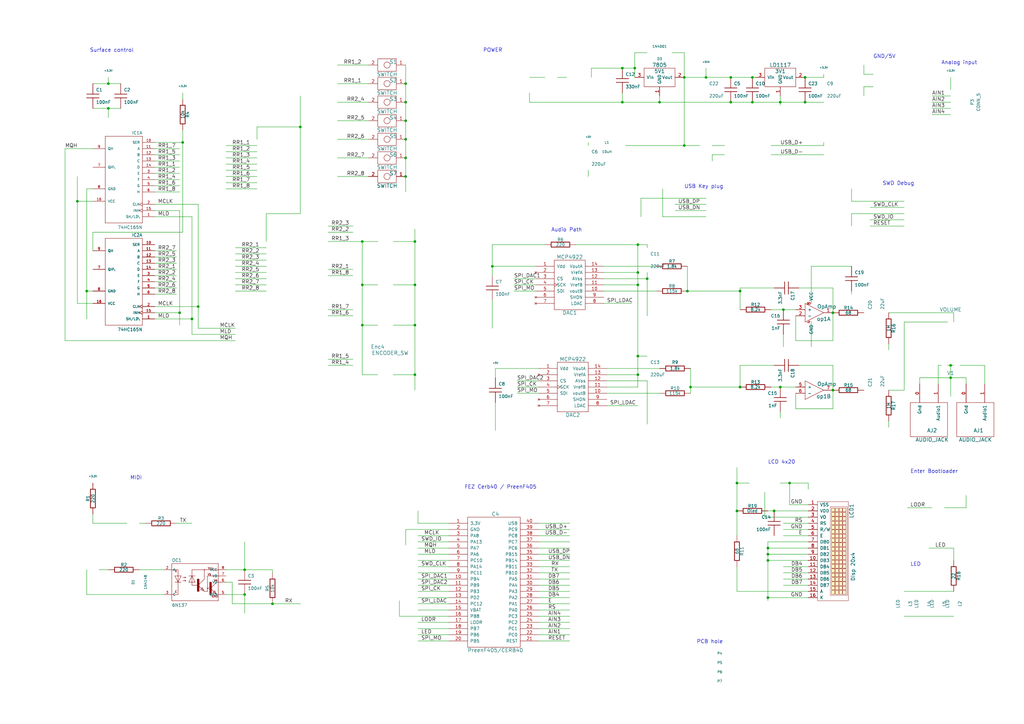
<source format=kicad_sch>
(kicad_sch (version 20230121) (generator eeschema)
  (paper "A3")
  (title_block (title "PreenFM2") (date "12 aug 2016") (rev "R4 g") (company "Xavier Hosxe"))
  (junction (at 261.62 116.84))
  (junction (at 265.43 114.3))
  (junction (at 299.72 31.75))
  (junction (at 255.27 27.94))
  (junction (at 341.63 128.27))
  (junction (at 303.53 119.38))
  (junction (at 170.18 116.84))
  (junction (at 123.19 52.07))
  (junction (at 283.21 158.75))
  (junction (at 320.04 158.75))
  (junction (at 389.89 149.86))
  (junction (at 314.96 245.11))
  (junction (at 148.59 116.84))
  (junction (at 261.62 153.67))
  (junction (at 389.89 154.94))
  (junction (at 81.28 125.73))
  (junction (at 148.59 133.35))
  (junction (at 73.66 128.27))
  (junction (at 170.18 133.35))
  (junction (at 166.37 49.53))
  (junction (at 280.67 59.69))
  (junction (at 166.37 34.29))
  (junction (at 166.37 41.91))
  (junction (at 314.96 224.79))
  (junction (at 270.51 41.91))
  (junction (at 78.74 130.81))
  (junction (at 261.62 111.76))
  (junction (at 317.5 209.55))
  (junction (at 323.85 198.12))
  (junction (at 281.94 119.38))
  (junction (at 320.04 41.91))
  (junction (at 330.2 31.75))
  (junction (at 44.45 44.45))
  (junction (at 314.96 227.33))
  (junction (at 303.53 158.75))
  (junction (at 148.59 99.06))
  (junction (at 74.93 58.42))
  (junction (at 261.62 146.05))
  (junction (at 302.26 198.12))
  (junction (at 170.18 153.67))
  (junction (at 166.37 57.15))
  (junction (at 255.27 41.91))
  (junction (at 31.75 82.55))
  (junction (at 35.56 119.38))
  (junction (at 308.61 31.75))
  (junction (at 260.35 27.94))
  (junction (at 314.96 229.87))
  (junction (at 100.33 233.68))
  (junction (at 302.26 209.55))
  (junction (at 299.72 41.91))
  (junction (at 100.33 243.84))
  (junction (at 308.61 41.91))
  (junction (at 44.45 34.29))
  (junction (at 280.67 31.75))
  (junction (at 166.37 64.77))
  (junction (at 170.18 99.06))
  (junction (at 111.76 247.65))
  (junction (at 330.2 41.91))
  (junction (at 321.31 127))
  (junction (at 341.63 160.02))
  (junction (at 201.93 109.22))
  (junction (at 166.37 72.39))
  (junction (at 289.56 31.75))
  (junction (at 261.62 100.33))
  (wire (pts (xy 220.98 227.33) (xy 233.68 227.33)))
  (wire (pts (xy 144.78 129.54) (xy 134.62 129.54)))
  (wire (pts (xy 381 224.79) (xy 391.16 224.79)))
  (wire (pts (xy 261.62 111.76) (xy 247.65 111.76)))
  (wire (pts (xy 154.94 133.35) (xy 148.59 133.35)))
  (wire (pts (xy 265.43 114.3) (xy 265.43 129.54)))
  (wire (pts (xy 370.84 242.57) (xy 391.16 242.57)))
  (wire (pts (xy 109.22 104.14) (xy 96.52 104.14)))
  (wire (pts (xy 271.78 88.9) (xy 289.56 88.9)))
  (wire (pts (xy 105.41 77.47) (xy 92.71 77.47)))
  (wire (pts (xy 242.57 27.94) (xy 242.57 31.75)))
  (wire (pts (xy 389.89 162.56) (xy 389.89 154.94)))
  (wire (pts (xy 255.27 27.94) (xy 242.57 27.94)))
  (wire (pts (xy 57.15 233.68) (xy 67.31 233.68)))
  (wire (pts (xy 49.53 34.29) (xy 44.45 34.29)))
  (wire (pts (xy 391.16 132.08) (xy 391.16 128.27)))
  (wire (pts (xy 144.78 110.49) (xy 134.62 110.49)))
  (wire (pts (xy 63.5 86.36) (xy 73.66 86.36)))
  (wire (pts (xy 219.71 116.84) (xy 210.82 116.84)))
  (wire (pts (xy 57.15 214.63) (xy 59.69 214.63)))
  (wire (pts (xy 248.92 158.75) (xy 261.62 158.75)))
  (wire (pts (xy 220.98 255.27) (xy 233.68 255.27)))
  (wire (pts (xy 337.82 59.69) (xy 316.23 59.69)))
  (wire (pts (xy 220.98 151.13) (xy 203.2 151.13)))
  (wire (pts (xy 35.56 243.84) (xy 67.31 243.84)))
  (wire (pts (xy 270.51 41.91) (xy 299.72 41.91)))
  (wire (pts (xy 74.93 53.34) (xy 74.93 58.42)))
  (wire (pts (xy 247.65 109.22) (xy 269.24 109.22)))
  (wire (pts (xy 247.65 119.38) (xy 269.24 119.38)))
  (wire (pts (xy 320.04 43.18) (xy 320.04 41.91)))
  (wire (pts (xy 289.56 31.75) (xy 289.56 27.94)))
  (wire (pts (xy 220.98 250.19) (xy 233.68 250.19)))
  (wire (pts (xy 220.98 234.95) (xy 233.68 234.95)))
  (wire (pts (xy 49.53 44.45) (xy 44.45 44.45)))
  (wire (pts (xy 144.78 92.71) (xy 134.62 92.71)))
  (wire (pts (xy 144.78 147.32) (xy 134.62 147.32)))
  (wire (pts (xy 308.61 41.91) (xy 320.04 41.91)))
  (wire (pts (xy 299.72 41.91) (xy 308.61 41.91)))
  (wire (pts (xy 261.62 116.84) (xy 247.65 116.84)))
  (wire (pts (xy 151.13 34.29) (xy 138.43 34.29)))
  (wire (pts (xy 292.1 59.69) (xy 297.18 59.69)))
  (wire (pts (xy 314.96 222.25) (xy 331.47 222.25)))
  (wire (pts (xy 170.18 133.35) (xy 161.29 133.35)))
  (wire (pts (xy 154.94 153.67) (xy 148.59 153.67)))
  (wire (pts (xy 391.16 128.27) (xy 364.49 128.27)))
  (wire (pts (xy 63.5 83.82) (xy 81.28 83.82)))
  (wire (pts (xy 261.62 100.33) (xy 265.43 100.33)))
  (wire (pts (xy 148.59 116.84) (xy 148.59 99.06)))
  (wire (pts (xy 220.98 214.63) (xy 233.68 214.63)))
  (wire (pts (xy 297.18 63.5) (xy 292.1 63.5)))
  (wire (pts (xy 63.5 115.57) (xy 72.39 115.57)))
  (wire (pts (xy 261.62 158.75) (xy 261.62 153.67)))
  (wire (pts (xy 220.98 224.79) (xy 233.68 224.79)))
  (wire (pts (xy 72.39 102.87) (xy 63.5 102.87)))
  (wire (pts (xy 356.87 92.71) (xy 370.84 92.71)))
  (wire (pts (xy 220.98 240.03) (xy 233.68 240.03)))
  (wire (pts (xy 148.59 116.84) (xy 154.94 116.84)))
  (wire (pts (xy 35.56 233.68) (xy 35.56 243.84)))
  (wire (pts (xy 38.1 82.55) (xy 31.75 82.55)))
  (wire (pts (xy 148.59 99.06) (xy 134.62 99.06)))
  (wire (pts (xy 241.3 59.69) (xy 241.3 58.42)))
  (wire (pts (xy 151.13 49.53) (xy 138.43 49.53)))
  (wire (pts (xy 280.67 21.59) (xy 275.59 21.59)))
  (wire (pts (xy 171.45 247.65) (xy 184.15 247.65)))
  (wire (pts (xy 314.96 229.87) (xy 314.96 227.33)))
  (wire (pts (xy 327.66 118.11) (xy 341.63 118.11)))
  (wire (pts (xy 105.41 69.85) (xy 92.71 69.85)))
  (wire (pts (xy 123.19 87.63) (xy 123.19 52.07)))
  (wire (pts (xy 151.13 72.39) (xy 138.43 72.39)))
  (wire (pts (xy 109.22 87.63) (xy 123.19 87.63)))
  (wire (pts (xy 326.39 158.75) (xy 320.04 158.75)))
  (wire (pts (xy 255.27 38.1) (xy 255.27 41.91)))
  (wire (pts (xy 389.89 149.86) (xy 388.62 149.86)))
  (wire (pts (xy 261.62 153.67) (xy 261.62 146.05)))
  (wire (pts (xy 63.5 128.27) (xy 73.66 128.27)))
  (wire (pts (xy 396.24 154.94) (xy 396.24 157.48)))
  (wire (pts (xy 283.21 158.75) (xy 303.53 158.75)))
  (wire (pts (xy 154.94 99.06) (xy 148.59 99.06)))
  (wire (pts (xy 100.33 233.68) (xy 111.76 233.68)))
  (wire (pts (xy 166.37 217.17) (xy 184.15 217.17)))
  (wire (pts (xy 241.3 69.85) (xy 241.3 72.39)))
  (wire (pts (xy 314.96 229.87) (xy 331.47 229.87)))
  (wire (pts (xy 370.84 132.08) (xy 388.62 132.08)))
  (wire (pts (xy 303.53 149.86) (xy 303.53 158.75)))
  (wire (pts (xy 320.04 158.75) (xy 316.23 158.75)))
  (wire (pts (xy 289.56 83.82) (xy 276.86 83.82)))
  (wire (pts (xy 171.45 224.79) (xy 184.15 224.79)))
  (wire (pts (xy 171.45 250.19) (xy 184.15 250.19)))
  (wire (pts (xy 73.66 76.2) (xy 63.5 76.2)))
  (wire (pts (xy 314.96 227.33) (xy 331.47 227.33)))
  (wire (pts (xy 26.67 139.7) (xy 26.67 60.96)))
  (wire (pts (xy 73.66 86.36) (xy 73.66 128.27)))
  (wire (pts (xy 247.65 124.46) (xy 259.08 124.46)))
  (wire (pts (xy 364.49 140.97) (xy 364.49 143.51)))
  (wire (pts (xy 281.94 119.38) (xy 303.53 119.38)))
  (wire (pts (xy 364.49 172.72) (xy 364.49 175.26)))
  (wire (pts (xy 220.98 257.81) (xy 233.68 257.81)))
  (wire (pts (xy 219.71 119.38) (xy 210.82 119.38)))
  (wire (pts (xy 320.04 41.91) (xy 330.2 41.91)))
  (wire (pts (xy 370.84 252.73) (xy 391.16 252.73)))
  (wire (pts (xy 170.18 133.35) (xy 170.18 153.67)))
  (wire (pts (xy 105.41 67.31) (xy 92.71 67.31)))
  (wire (pts (xy 74.93 40.64) (xy 74.93 38.1)))
  (wire (pts (xy 261.62 116.84) (xy 261.62 111.76)))
  (wire (pts (xy 341.63 160.02) (xy 341.63 167.64)))
  (wire (pts (xy 283.21 151.13) (xy 283.21 158.75)))
  (wire (pts (xy 171.45 255.27) (xy 184.15 255.27)))
  (wire (pts (xy 73.66 73.66) (xy 63.5 73.66)))
  (wire (pts (xy 96.52 101.6) (xy 109.22 101.6)))
  (wire (pts (xy 323.85 198.12) (xy 320.04 198.12)))
  (wire (pts (xy 72.39 113.03) (xy 63.5 113.03)))
  (wire (pts (xy 326.39 139.7) (xy 326.39 129.54)))
  (wire (pts (xy 109.22 111.76) (xy 96.52 111.76)))
  (wire (pts (xy 302.26 209.55) (xy 302.26 198.12)))
  (wire (pts (xy 220.98 219.71) (xy 233.68 219.71)))
  (wire (pts (xy 349.25 87.63) (xy 370.84 87.63)))
  (wire (pts (xy 332.74 109.22) (xy 332.74 124.46)))
  (wire (pts (xy 63.5 120.65) (xy 72.39 120.65)))
  (wire (pts (xy 171.45 260.35) (xy 184.15 260.35)))
  (wire (pts (xy 320.04 168.91) (xy 320.04 171.45)))
  (wire (pts (xy 321.31 232.41) (xy 331.47 232.41)))
  (wire (pts (xy 44.45 34.29) (xy 38.1 34.29)))
  (wire (pts (xy 109.22 99.06) (xy 109.22 87.63)))
  (wire (pts (xy 203.2 176.53) (xy 203.2 165.1)))
  (wire (pts (xy 389.89 39.37) (xy 382.27 39.37)))
  (wire (pts (xy 217.17 38.1) (xy 217.17 41.91)))
  (wire (pts (xy 326.39 167.64) (xy 341.63 167.64)))
  (wire (pts (xy 323.85 207.01) (xy 323.85 198.12)))
  (wire (pts (xy 321.31 234.95) (xy 331.47 234.95)))
  (wire (pts (xy 203.2 151.13) (xy 203.2 154.94)))
  (wire (pts (xy 332.74 142.24) (xy 332.74 132.08)))
  (wire (pts (xy 308.61 31.75) (xy 299.72 31.75)))
  (wire (pts (xy 170.18 99.06) (xy 170.18 93.98)))
  (wire (pts (xy 148.59 153.67) (xy 148.59 133.35)))
  (wire (pts (xy 138.43 26.67) (xy 151.13 26.67)))
  (wire (pts (xy 384.81 149.86) (xy 384.81 157.48)))
  (wire (pts (xy 302.26 219.71) (xy 302.26 209.55)))
  (wire (pts (xy 163.83 252.73) (xy 184.15 252.73)))
  (wire (pts (xy 78.74 130.81) (xy 78.74 137.16)))
  (wire (pts (xy 283.21 158.75) (xy 283.21 161.29)))
  (wire (pts (xy 73.66 78.74) (xy 63.5 78.74)))
  (wire (pts (xy 261.62 146.05) (xy 265.43 146.05)))
  (wire (pts (xy 31.75 124.46) (xy 38.1 124.46)))
  (wire (pts (xy 303.53 118.11) (xy 303.53 119.38)))
  (wire (pts (xy 349.25 109.22) (xy 332.74 109.22)))
  (wire (pts (xy 170.18 116.84) (xy 170.18 133.35)))
  (wire (pts (xy 100.33 251.46) (xy 100.33 243.84)))
  (wire (pts (xy 260.35 21.59) (xy 265.43 21.59)))
  (wire (pts (xy 171.45 257.81) (xy 184.15 257.81)))
  (wire (pts (xy 389.89 44.45) (xy 382.27 44.45)))
  (wire (pts (xy 317.5 118.11) (xy 303.53 118.11)))
  (wire (pts (xy 123.19 247.65) (xy 111.76 247.65)))
  (wire (pts (xy 302.26 198.12) (xy 302.26 191.77)))
  (wire (pts (xy 171.45 234.95) (xy 184.15 234.95)))
  (wire (pts (xy 317.5 209.55) (xy 331.47 209.55)))
  (wire (pts (xy 144.78 127) (xy 134.62 127)))
  (wire (pts (xy 289.56 86.36) (xy 276.86 86.36)))
  (wire (pts (xy 111.76 233.68) (xy 111.76 234.95)))
  (wire (pts (xy 321.31 217.17) (xy 331.47 217.17)))
  (wire (pts (xy 35.56 119.38) (xy 35.56 130.81)))
  (wire (pts (xy 105.41 59.69) (xy 92.71 59.69)))
  (wire (pts (xy 35.56 77.47) (xy 35.56 119.38)))
  (wire (pts (xy 109.22 116.84) (xy 96.52 116.84)))
  (wire (pts (xy 271.78 77.47) (xy 271.78 88.9)))
  (wire (pts (xy 105.41 64.77) (xy 92.71 64.77)))
  (wire (pts (xy 331.47 200.66) (xy 331.47 198.12)))
  (wire (pts (xy 171.45 219.71) (xy 184.15 219.71)))
  (wire (pts (xy 228.6 31.75) (xy 232.41 31.75)))
  (wire (pts (xy 171.45 262.89) (xy 184.15 262.89)))
  (wire (pts (xy 391.16 149.86) (xy 389.89 149.86)))
  (wire (pts (xy 326.39 161.29) (xy 326.39 167.64)))
  (wire (pts (xy 327.66 149.86) (xy 341.63 149.86)))
  (wire (pts (xy 270.51 41.91) (xy 270.51 39.37)))
  (wire (pts (xy 38.1 214.63) (xy 38.1 210.82)))
  (wire (pts (xy 389.89 46.99) (xy 382.27 46.99)))
  (wire (pts (xy 220.98 252.73) (xy 233.68 252.73)))
  (wire (pts (xy 314.96 245.11) (xy 314.96 229.87)))
  (wire (pts (xy 281.94 109.22) (xy 281.94 119.38)))
  (wire (pts (xy 396.24 208.28) (xy 387.35 208.28)))
  (wire (pts (xy 389.89 41.91) (xy 382.27 41.91)))
  (wire (pts (xy 201.93 109.22) (xy 201.93 113.03)))
  (wire (pts (xy 248.92 166.37) (xy 261.62 166.37)))
  (wire (pts (xy 356.87 85.09) (xy 370.84 85.09)))
  (wire (pts (xy 341.63 128.27) (xy 341.63 139.7)))
  (wire (pts (xy 314.96 209.55) (xy 317.5 209.55)))
  (wire (pts (xy 63.5 60.96) (xy 73.66 60.96)))
  (wire (pts (xy 220.98 158.75) (xy 212.09 158.75)))
  (wire (pts (xy 220.98 156.21) (xy 212.09 156.21)))
  (wire (pts (xy 349.25 82.55) (xy 370.84 82.55)))
  (wire (pts (xy 81.28 83.82) (xy 81.28 125.73)))
  (wire (pts (xy 170.18 99.06) (xy 170.18 116.84)))
  (wire (pts (xy 44.45 44.45) (xy 38.1 44.45)))
  (wire (pts (xy 81.28 125.73) (xy 81.28 134.62)))
  (wire (pts (xy 354.33 30.48) (xy 358.14 30.48)))
  (wire (pts (xy 78.74 88.9) (xy 78.74 130.81)))
  (wire (pts (xy 63.5 88.9) (xy 78.74 88.9)))
  (wire (pts (xy 313.69 212.09) (xy 313.69 201.93)))
  (wire (pts (xy 26.67 60.96) (xy 38.1 60.96)))
  (wire (pts (xy 144.78 95.25) (xy 134.62 95.25)))
  (wire (pts (xy 265.43 100.33) (xy 265.43 101.6)))
  (wire (pts (xy 105.41 57.15) (xy 105.41 52.07)))
  (wire (pts (xy 370.84 160.02) (xy 370.84 132.08)))
  (wire (pts (xy 220.98 229.87) (xy 233.68 229.87)))
  (wire (pts (xy 377.19 154.94) (xy 377.19 157.48)))
  (wire (pts (xy 302.26 198.12) (xy 307.34 198.12)))
  (wire (pts (xy 166.37 223.52) (xy 166.37 217.17)))
  (wire (pts (xy 280.67 59.69) (xy 280.67 31.75)))
  (wire (pts (xy 289.56 31.75) (xy 280.67 31.75)))
  (wire (pts (xy 330.2 41.91) (xy 337.82 41.91)))
  (wire (pts (xy 396.24 154.94) (xy 389.89 154.94)))
  (wire (pts (xy 171.45 240.03) (xy 184.15 240.03)))
  (wire (pts (xy 389.89 36.83) (xy 389.89 31.75)))
  (wire (pts (xy 255.27 41.91) (xy 270.51 41.91)))
  (wire (pts (xy 171.45 229.87) (xy 184.15 229.87)))
  (wire (pts (xy 171.45 209.55) (xy 171.45 214.63)))
  (wire (pts (xy 40.64 233.68) (xy 44.45 233.68)))
  (wire (pts (xy 314.96 224.79) (xy 314.96 222.25)))
  (wire (pts (xy 171.45 242.57) (xy 184.15 242.57)))
  (wire (pts (xy 262.89 81.28) (xy 289.56 81.28)))
  (wire (pts (xy 171.45 227.33) (xy 184.15 227.33)))
  (wire (pts (xy 72.39 105.41) (xy 63.5 105.41)))
  (wire (pts (xy 111.76 247.65) (xy 95.25 247.65)))
  (wire (pts (xy 109.22 114.3) (xy 96.52 114.3)))
  (wire (pts (xy 370.84 160.02) (xy 364.49 160.02)))
  (wire (pts (xy 260.35 31.75) (xy 260.35 27.94)))
  (wire (pts (xy 161.29 99.06) (xy 170.18 99.06)))
  (wire (pts (xy 31.75 82.55) (xy 31.75 124.46)))
  (wire (pts (xy 171.45 222.25) (xy 184.15 222.25)))
  (wire (pts (xy 105.41 72.39) (xy 92.71 72.39)))
  (wire (pts (xy 144.78 149.86) (xy 134.62 149.86)))
  (wire (pts (xy 151.13 64.77) (xy 138.43 64.77)))
  (wire (pts (xy 63.5 130.81) (xy 78.74 130.81)))
  (wire (pts (xy 95.25 238.76) (xy 92.71 238.76)))
  (wire (pts (xy 302.26 242.57) (xy 331.47 242.57)))
  (wire (pts (xy 217.17 31.75) (xy 223.52 31.75)))
  (wire (pts (xy 314.96 246.38) (xy 314.96 245.11)))
  (wire (pts (xy 389.89 154.94) (xy 389.89 149.86)))
  (wire (pts (xy 261.62 111.76) (xy 261.62 100.33)))
  (wire (pts (xy 171.45 232.41) (xy 184.15 232.41)))
  (wire (pts (xy 166.37 64.77) (xy 166.37 57.15)))
  (wire (pts (xy 391.16 224.79) (xy 391.16 229.87)))
  (wire (pts (xy 171.45 245.11) (xy 184.15 245.11)))
  (wire (pts (xy 403.86 157.48) (xy 403.86 149.86)))
  (wire (pts (xy 219.71 109.22) (xy 201.93 109.22)))
  (wire (pts (xy 331.47 207.01) (xy 323.85 207.01)))
  (wire (pts (xy 63.5 110.49) (xy 72.39 110.49)))
  (wire (pts (xy 220.98 262.89) (xy 233.68 262.89)))
  (wire (pts (xy 309.88 31.75) (xy 308.61 31.75)))
  (wire (pts (xy 220.98 232.41) (xy 233.68 232.41)))
  (wire (pts (xy 166.37 78.74) (xy 166.37 72.39)))
  (wire (pts (xy 321.31 127) (xy 316.23 127)))
  (wire (pts (xy 314.96 227.33) (xy 314.96 224.79)))
  (wire (pts (xy 256.54 59.69) (xy 280.67 59.69)))
  (wire (pts (xy 74.93 58.42) (xy 74.93 95.25)))
  (wire (pts (xy 220.98 247.65) (xy 233.68 247.65)))
  (wire (pts (xy 389.89 154.94) (xy 377.19 154.94)))
  (wire (pts (xy 38.1 95.25) (xy 74.93 95.25)))
  (wire (pts (xy 52.07 214.63) (xy 38.1 214.63)))
  (wire (pts (xy 63.5 68.58) (xy 73.66 68.58)))
  (wire (pts (xy 100.33 243.84) (xy 92.71 243.84)))
  (wire (pts (xy 217.17 41.91) (xy 255.27 41.91)))
  (wire (pts (xy 321.31 137.16) (xy 321.31 142.24)))
  (wire (pts (xy 260.35 27.94) (xy 260.35 21.59)))
  (wire (pts (xy 316.23 63.5) (xy 337.82 63.5)))
  (wire (pts (xy 248.92 156.21) (xy 265.43 156.21)))
  (wire (pts (xy 72.39 118.11) (xy 63.5 118.11)))
  (wire (pts (xy 302.26 232.41) (xy 302.26 242.57)))
  (wire (pts (xy 261.62 153.67) (xy 248.92 153.67)))
  (wire (pts (xy 220.98 242.57) (xy 233.68 242.57)))
  (wire (pts (xy 63.5 107.95) (xy 72.39 107.95)))
  (wire (pts (xy 171.45 214.63) (xy 184.15 214.63)))
  (wire (pts (xy 38.1 77.47) (xy 35.56 77.47)))
  (wire (pts (xy 109.22 109.22) (xy 96.52 109.22)))
  (wire (pts (xy 382.27 208.28) (xy 372.11 208.28)))
  (wire (pts (xy 170.18 116.84) (xy 161.29 116.84)))
  (wire (pts (xy 63.5 58.42) (xy 74.93 58.42)))
  (wire (pts (xy 38.1 119.38) (xy 35.56 119.38)))
  (wire (pts (xy 321.31 219.71) (xy 331.47 219.71)))
  (wire (pts (xy 220.98 161.29) (xy 212.09 161.29)))
  (wire (pts (xy 148.59 133.35) (xy 148.59 116.84)))
  (wire (pts (xy 96.52 137.16) (xy 78.74 137.16)))
  (wire (pts (xy 96.52 139.7) (xy 26.67 139.7)))
  (wire (pts (xy 123.19 52.07) (xy 123.19 39.37)))
  (wire (pts (xy 337.82 31.75) (xy 337.82 30.48)))
  (wire (pts (xy 109.22 106.68) (xy 96.52 106.68)))
  (wire (pts (xy 317.5 149.86) (xy 303.53 149.86)))
  (wire (pts (xy 138.43 41.91) (xy 151.13 41.91)))
  (wire (pts (xy 270.51 161.29) (xy 248.92 161.29)))
  (wire (pts (xy 341.63 149.86) (xy 341.63 160.02)))
  (wire (pts (xy 349.25 92.71) (xy 349.25 87.63)))
  (wire (pts (xy 341.63 118.11) (xy 341.63 128.27)))
  (wire (pts (xy 403.86 149.86) (xy 393.7 149.86)))
  (wire (pts (xy 44.45 48.26) (xy 44.45 44.45)))
  (wire (pts (xy 233.68 217.17) (xy 220.98 217.17)))
  (wire (pts (xy 73.66 128.27) (xy 73.66 133.35)))
  (wire (pts (xy 170.18 160.02) (xy 170.18 153.67)))
  (wire (pts (xy 105.41 52.07) (xy 123.19 52.07)))
  (wire (pts (xy 265.43 111.76) (xy 265.43 114.3)))
  (wire (pts (xy 166.37 49.53) (xy 166.37 41.91)))
  (wire (pts (xy 270.51 151.13) (xy 248.92 151.13)))
  (wire (pts (xy 260.35 27.94) (xy 255.27 27.94)))
  (wire (pts (xy 262.89 88.9) (xy 262.89 81.28)))
  (wire (pts (xy 280.67 59.69) (xy 287.02 59.69)))
  (wire (pts (xy 170.18 153.67) (xy 161.29 153.67)))
  (wire (pts (xy 223.52 100.33) (xy 201.93 100.33)))
  (wire (pts (xy 386.08 149.86) (xy 384.81 149.86)))
  (wire (pts (xy 38.1 102.87) (xy 38.1 95.25)))
  (wire (pts (xy 356.87 90.17) (xy 370.84 90.17)))
  (wire (pts (xy 247.65 114.3) (xy 265.43 114.3)))
  (wire (pts (xy 326.39 127) (xy 321.31 127)))
  (wire (pts (xy 166.37 34.29) (xy 166.37 26.67)))
  (wire (pts (xy 163.83 246.38) (xy 163.83 252.73)))
  (wire (pts (xy 63.5 63.5) (xy 73.66 63.5)))
  (wire (pts (xy 354.33 35.56) (xy 358.14 35.56)))
  (wire (pts (xy 331.47 198.12) (xy 323.85 198.12)))
  (wire (pts (xy 354.33 26.67) (xy 354.33 30.48)))
  (wire (pts (xy 303.53 119.38) (xy 303.53 127)))
  (wire (pts (xy 330.2 31.75) (xy 337.82 31.75)))
  (wire (pts (xy 81.28 134.62) (xy 96.52 134.62)))
  (wire (pts (xy 265.43 156.21) (xy 265.43 173.99)))
  (wire (pts (xy 220.98 237.49) (xy 233.68 237.49)))
  (wire (pts (xy 201.93 123.19) (xy 201.93 134.62)))
  (wire (pts (xy 105.41 62.23) (xy 92.71 62.23)))
  (wire (pts (xy 354.33 39.37) (xy 354.33 35.56)))
  (wire (pts (xy 220.98 245.11) (xy 233.68 245.11)))
  (wire (pts (xy 201.93 100.33) (xy 201.93 109.22)))
  (wire (pts (xy 349.25 77.47) (xy 349.25 82.55)))
  (wire (pts (xy 236.22 100.33) (xy 261.62 100.33)))
  (wire (pts (xy 73.66 71.12) (xy 63.5 71.12)))
  (wire (pts (xy 100.33 222.25) (xy 100.33 233.68)))
  (wire (pts (xy 144.78 113.03) (xy 134.62 113.03)))
  (wire (pts (xy 326.39 139.7) (xy 341.63 139.7)))
  (wire (pts (xy 105.41 74.93) (xy 92.71 74.93)))
  (wire (pts (xy 219.71 114.3) (xy 210.82 114.3)))
  (wire (pts (xy 320.04 41.91) (xy 320.04 39.37)))
  (wire (pts (xy 166.37 72.39) (xy 166.37 64.77)))
  (wire (pts (xy 314.96 245.11) (xy 331.47 245.11)))
  (wire (pts (xy 321.31 237.49) (xy 331.47 237.49)))
  (wire (pts (xy 138.43 57.15) (xy 151.13 57.15)))
  (wire (pts (xy 321.31 240.03) (xy 331.47 240.03)))
  (wire (pts (xy 63.5 66.04) (xy 73.66 66.04)))
  (wire (pts (xy 31.75 72.39) (xy 31.75 82.55)))
  (wire (pts (xy 220.98 260.35) (xy 233.68 260.35)))
  (wire (pts (xy 349.25 119.38) (xy 349.25 120.65)))
  (wire (pts (xy 331.47 214.63) (xy 321.31 214.63)))
  (wire (pts (xy 292.1 63.5) (xy 292.1 66.04)))
  (wire (pts (xy 92.71 233.68) (xy 100.33 233.68)))
  (wire (pts (xy 280.67 31.75) (xy 280.67 21.59)))
  (wire (pts (xy 220.98 222.25) (xy 233.68 222.25)))
  (wire (pts (xy 72.39 214.63) (xy 78.74 214.63)))
  (wire (pts (xy 337.82 58.42) (xy 337.82 59.69)))
  (wire (pts (xy 63.5 125.73) (xy 81.28 125.73)))
  (wire (pts (xy 171.45 237.49) (xy 184.15 237.49)))
  (wire (pts (xy 299.72 31.75) (xy 289.56 31.75)))
  (wire (pts (xy 166.37 57.15) (xy 166.37 49.53)))
  (wire (pts (xy 166.37 41.91) (xy 166.37 34.29)))
  (wire (pts (xy 109.22 119.38) (xy 96.52 119.38)))
  (wire (pts (xy 331.47 224.79) (xy 314.96 224.79)))
  (wire (pts (xy 95.25 247.65) (xy 95.25 238.76)))
  (wire (pts (xy 396.24 203.2) (xy 396.24 208.28)))
  (wire (pts (xy 44.45 31.75) (xy 44.45 34.29)))
  (wire (pts (xy 331.47 212.09) (xy 313.69 212.09)))
  (wire (pts (xy 261.62 146.05) (xy 261.62 116.84)))
  (text "Enter Bootloader" (at 373.38 194.31 0) (effects (font (size 1.524 1.524)) (justify left bottom)))
  (text "POWER\n" (at 198.12 21.59 0) (effects (font (size 1.524 1.524)) (justify left bottom)))
  (text "LCD 4x20\n" (at 314.96 190.5 0) (effects (font (size 1.524 1.524)) (justify left bottom)))
  (text "GND/5V\n" (at 358.14 24.13 0) (effects (font (size 1.524 1.524)) (justify left bottom)))
  (text "Analog input" (at 386.08 26.67 0) (effects (font (size 1.524 1.524)) (justify left bottom)))
  (text "LED\n" (at 373.38 232.41 0) (effects (font (size 1.524 1.524)) (justify left bottom)))
  (text "MIDI\n\n" (at 53.34 199.39 0) (effects (font (size 1.524 1.524)) (justify left bottom)))
  (text "SWD Debug\n" (at 361.95 76.2 0) (effects (font (size 1.524 1.524)) (justify left bottom)))
  (text "FEZ Cerb40 / PreenF405\n\n" (at 190.5 203.2 0) (effects (font (size 1.524 1.524)) (justify left bottom)))
  (text "PCB hole" (at 285.75 264.16 0) (effects (font (size 1.524 1.524)) (justify left bottom)))
  (text "Audio Path" (at 226.06 95.25 0) (effects (font (size 1.524 1.524)) (justify left bottom)))
  (text "USB Key plug" (at 280.67 77.47 0) (effects (font (size 1.524 1.524)) (justify left bottom)))
  (text "Surface control\n" (at 36.83 21.59 0) (effects (font (size 1.524 1.524)) (justify left bottom)))
  (label "AIN1" (at 224.79 260.35 0) (effects (font (size 1.524 1.524))))
  (label "RR2_1" (at 99.06 101.6 0) (effects (font (size 1.524 1.524))))
  (label "RR1_4" (at 135.89 149.86 0) (effects (font (size 1.524 1.524))))
  (label "RR1_2" (at 140.97 26.67 0) (effects (font (size 1.524 1.524))))
  (label "RS" (at 325.9836 214.63 0) (effects (font (size 1.524 1.524))))
  (label "RR2_4" (at 99.06 109.22 0) (effects (font (size 1.524 1.524))))
  (label "AIN3" (at 224.79 255.27 0) (effects (font (size 1.524 1.524))))
  (label "MLD" (at 64.77 88.9 0) (effects (font (size 1.524 1.524))))
  (label "LED" (at 172.72 260.35 0) (effects (font (size 1.524 1.524))))
  (label "DB4" (at 324.4596 232.41 0) (effects (font (size 1.524 1.524))))
  (label "SWD_CLK" (at 358.14 85.09 0) (effects (font (size 1.524 1.524))))
  (label "RR2_6" (at 142.24 57.15 0) (effects (font (size 1.524 1.524))))
  (label "RR2_8" (at 142.24 72.39 0) (effects (font (size 1.524 1.524))))
  (label "MCLK" (at 90.17 134.62 0) (effects (font (size 1.524 1.524))))
  (label "AIN4" (at 224.79 252.73 0) (effects (font (size 1.524 1.524))))
  (label "MLD" (at 173.99 227.33 0) (effects (font (size 1.524 1.524))))
  (label "SWD_CLK" (at 172.72 232.41 0) (effects (font (size 1.524 1.524))))
  (label "RR2_7" (at 99.06 116.84 0) (effects (font (size 1.524 1.524))))
  (label "RR1_6" (at 135.89 129.54 0) (effects (font (size 1.524 1.524))))
  (label "LED" (at 383.54 224.79 0) (effects (font (size 1.524 1.524))))
  (label "SPI_DAC2" (at 212.09 156.21 0) (effects (font (size 1.524 1.524))))
  (label "USB_D+" (at 223.52 217.17 0) (effects (font (size 1.524 1.524))))
  (label "RR2_1" (at 64.77 110.49 0) (effects (font (size 1.524 1.524))))
  (label "RR1_1" (at 95.25 59.69 0) (effects (font (size 1.524 1.524))))
  (label "GND" (at 324.3072 245.11 0) (effects (font (size 1.524 1.524))))
  (label "AIN4" (at 382.27 46.99 0) (effects (font (size 1.524 1.524))))
  (label "GND" (at 324.3072 207.01 0) (effects (font (size 1.524 1.524))))
  (label "RR1_4" (at 95.25 67.31 0) (effects (font (size 1.524 1.524))))
  (label "AIN2" (at 224.79 257.81 0) (effects (font (size 1.524 1.524))))
  (label "RR1_1" (at 64.77 68.58 0) (effects (font (size 1.524 1.524))))
  (label "RR1_3" (at 64.77 66.04 0) (effects (font (size 1.524 1.524))))
  (label "SPI_LDAC" (at 172.72 247.65 0) (effects (font (size 1.524 1.524))))
  (label "RR2_4" (at 142.24 41.91 0) (effects (font (size 1.524 1.524))))
  (label "DB6" (at 324.4596 237.49 0) (effects (font (size 1.524 1.524))))
  (label "SPI_DAC2" (at 172.72 240.03 0) (effects (font (size 1.524 1.524))))
  (label "SPI_MO" (at 172.72 262.89 0) (effects (font (size 1.524 1.524))))
  (label "RR2_6" (at 64.77 118.11 0) (effects (font (size 1.524 1.524))))
  (label "RR2_6" (at 99.06 114.3 0) (effects (font (size 1.524 1.524))))
  (label "SPI_LDAC" (at 248.92 124.46 0) (effects (font (size 1.524 1.524))))
  (label "RR2_8" (at 99.06 119.38 0) (effects (font (size 1.524 1.524))))
  (label "RR1_5" (at 64.77 63.5 0) (effects (font (size 1.524 1.524))))
  (label "MQH" (at 26.67 60.96 0) (effects (font (size 1.524 1.524))))
  (label "RR2_5" (at 142.24 49.53 0) (effects (font (size 1.524 1.524))))
  (label "RX" (at 226.06 232.41 0) (effects (font (size 1.524 1.524))))
  (label "DB7" (at 324.4596 240.03 0) (effects (font (size 1.524 1.524))))
  (label "RR1_5" (at 95.25 69.85 0) (effects (font (size 1.524 1.524))))
  (label "RR2_7" (at 142.24 64.77 0) (effects (font (size 1.524 1.524))))
  (label "RR1_8" (at 135.89 113.03 0) (effects (font (size 1.524 1.524))))
  (label "AIN2" (at 382.27 41.91 0) (effects (font (size 1.524 1.524))))
  (label "DB7" (at 224.79 237.49 0) (effects (font (size 1.524 1.524))))
  (label "RR1_2" (at 95.25 62.23 0) (effects (font (size 1.524 1.524))))
  (label "USB_D-" (at 320.04 63.5 0) (effects (font (size 1.524 1.524))))
  (label "RR2_2" (at 135.89 95.25 0) (effects (font (size 1.524 1.524))))
  (label "SPI_DAC1" (at 210.82 114.3 0) (effects (font (size 1.524 1.524))))
  (label "AIN1" (at 382.27 39.37 0) (effects (font (size 1.524 1.524))))
  (label "SPI_CK" (at 212.09 158.75 0) (effects (font (size 1.524 1.524))))
  (label "MCLK" (at 64.77 83.82 0) (effects (font (size 1.524 1.524))))
  (label "RR2_8" (at 64.77 120.65 0) (effects (font (size 1.524 1.524))))
  (label "RR2_7" (at 64.77 102.87 0) (effects (font (size 1.524 1.524))))
  (label "LODR" (at 373.38 208.28 0) (effects (font (size 1.524 1.524))))
  (label "RS" (at 224.79 250.19 0) (effects (font (size 1.524 1.524))))
  (label "SWD_IO" (at 358.14 90.17 0) (effects (font (size 1.524 1.524))))
  (label "DB4" (at 224.79 245.11 0) (effects (font (size 1.524 1.524))))
  (label "RR2_1" (at 135.89 110.49 0) (effects (font (size 1.524 1.524))))
  (label "RR2_3" (at 135.89 92.71 0) (effects (font (size 1.524 1.524))))
  (label "MQH" (at 173.99 224.79 0) (effects (font (size 1.524 1.524))))
  (label "USB_D+" (at 320.04 59.69 0) (effects (font (size 1.524 1.524))))
  (label "SWD_IO" (at 172.72 222.25 0) (effects (font (size 1.524 1.524))))
  (label "RR1_8" (at 64.77 78.74 0) (effects (font (size 1.524 1.524))))
  (label "USB_D-" (at 223.52 219.71 0) (effects (font (size 1.524 1.524))))
  (label "RR2_4" (at 64.77 115.57 0) (effects (font (size 1.524 1.524))))
  (label "MCLK" (at 64.77 125.73 0) (effects (font (size 1.524 1.524))))
  (label "RR1_3" (at 135.89 99.06 0) (effects (font (size 1.524 1.524))))
  (label "RESET" (at 358.14 92.71 0) (effects (font (size 1.524 1.524))))
  (label "RR1_2" (at 64.77 71.12 0) (effects (font (size 1.524 1.524))))
  (label "AIN3" (at 382.27 44.45 0) (effects (font (size 1.524 1.524))))
  (label "RR2_5" (at 99.06 111.76 0) (effects (font (size 1.524 1.524))))
  (label "RR1_5" (at 135.89 147.32 0) (effects (font (size 1.524 1.524))))
  (label "RR1_7" (at 95.25 74.93 0) (effects (font (size 1.524 1.524))))
  (label "RX" (at 116.84 247.65 0) (effects (font (size 1.524 1.524))))
  (label "SPI_CK" (at 172.72 242.57 0) (effects (font (size 1.524 1.524))))
  (label "MQH" (at 90.17 139.7 0) (effects (font (size 1.524 1.524))))
  (label "E" (at 327.5584 219.71 0) (effects (font (size 1.524 1.524))))
  (label "RR1_8" (at 95.25 77.47 0) (effects (font (size 1.524 1.524))))
  (label "RR1_4" (at 64.77 73.66 0) (effects (font (size 1.524 1.524))))
  (label "RR1_7" (at 135.89 127 0) (effects (font (size 1.524 1.524))))
  (label "USB_DP" (at 224.79 227.33 0) (effects (font (size 1.524 1.524))))
  (label "SPI_MO" (at 210.82 119.38 0) (effects (font (size 1.524 1.524))))
  (label "DB5" (at 324.4596 234.95 0) (effects (font (size 1.524 1.524))))
  (label "RR1_6" (at 95.25 72.39 0) (effects (font (size 1.524 1.524))))
  (label "E" (at 224.79 247.65 0) (effects (font (size 1.524 1.524))))
  (label "SPI_MO" (at 212.09 161.29 0) (effects (font (size 1.524 1.524))))
  (label "RESET" (at 224.79 262.89 0) (effects (font (size 1.524 1.524))))
  (label "TX" (at 73.66 214.63 0) (effects (font (size 1.524 1.524))))
  (label "SPI_DAC1" (at 172.72 237.49 0) (effects (font (size 1.524 1.524))))
  (label "MLD" (at 90.17 137.16 0) (effects (font (size 1.524 1.524))))
  (label "RR1_7" (at 64.77 60.96 0) (effects (font (size 1.524 1.524))))
  (label "RR2_2" (at 64.77 113.03 0) (effects (font (size 1.524 1.524))))
  (label "USB_DN" (at 278.13 86.36 0) (effects (font (size 1.524 1.524))))
  (label "MLD" (at 64.77 130.81 0) (effects (font (size 1.524 1.524))))
  (label "USB_DN" (at 224.79 229.87 0) (effects (font (size 1.524 1.524))))
  (label "MCLK" (at 173.99 219.71 0) (effects (font (size 1.524 1.524))))
  (label "GND" (at 324.3072 217.17 0) (effects (font (size 1.524 1.524))))
  (label "RR1_1" (at 140.97 34.29 0) (effects (font (size 1.524 1.524))))
  (label "RR2_3" (at 64.77 107.95 0) (effects (font (size 1.524 1.524))))
  (label "RR2_5" (at 64.77 105.41 0) (effects (font (size 1.524 1.524))))
  (label "LODR" (at 172.72 255.27 0) (effects (font (size 1.524 1.524))))
  (label "RR2_2" (at 99.06 104.14 0) (effects (font (size 1.524 1.524))))
  (label "RR2_3" (at 99.06 106.68 0) (effects (font (size 1.524 1.524))))
  (label "TX" (at 226.06 234.95 0) (effects (font (size 1.524 1.524))))
  (label "RR1_3" (at 95.25 64.77 0) (effects (font (size 1.524 1.524))))
  (label "DB5" (at 224.79 242.57 0) (effects (font (size 1.524 1.524))))
  (label "SPI_LDAC" (at 250.19 166.37 0) (effects (font (size 1.524 1.524))))
  (label "DB6" (at 224.79 240.03 0) (effects (font (size 1.524 1.524))))
  (label "SPI_CK" (at 210.82 116.84 0) (effects (font (size 1.524 1.524))))
  (label "RR1_6" (at 64.77 76.2 0) (effects (font (size 1.524 1.524))))
  (label "USB_DP" (at 278.13 83.82 0) (effects (font (size 1.524 1.524))))
  (symbol (lib_id "POT") (at 313.69 198.12 180) (unit 1)
    (property "Reference" "RV1" (at 313.69 195.58 0))
    (property "Value" "10k" (at 313.69 198.12 0))
  )
  (symbol (lib_id "GND") (at 331.47 200.66 0) (mirror y) (unit 1)
    (property "Reference" "#PWR34" (effects hide))
    (property "Value" "GND" (effects hide))
  )
  (symbol (lib_id "FMSynth:DISPLAY_PC2004A-L") (at 340.36 226.06 270) (mirror x) (unit 1)
    (property "Reference" "LCD1" (at 349.25 209.55 0) (effects (font (size 1.524 1.524))))
    (property "Value" "Disp 20x4" (at 349.885 232.41 0) (effects (font (size 1.524 1.524))))
  )
  (symbol (lib_id "DIODE") (at 57.15 238.76 90) (unit 1)
    (property "Reference" "D1" (at 54.61 238.76 0) (effects (font (size 1.016 1.016))))
    (property "Value" "1N4148" (at 59.69 238.76 0) (effects (font (size 1.016 1.016))))
  )
  (symbol (lib_id "FMSynth:6N138") (at 80.01 238.76 0) (unit 1)
    (property "Reference" "OC1" (at 70.485 230.505 0) (effects (justify left bottom)))
    (property "Value" "6N137" (at 70.485 248.92 0) (effects (justify left bottom)))
    (property "Footprint" "optocoupler-DIL08" (effects hide))
  )
  (symbol (lib_id "FMSynth:R") (at 66.04 214.63 90) (unit 1)
    (property "Reference" "R3" (at 66.04 212.598 90))
    (property "Value" "220" (at 66.04 214.63 90))
  )
  (symbol (lib_id "FMSynth:R") (at 50.8 233.68 90) (unit 1)
    (property "Reference" "R2" (at 50.8 231.648 90))
    (property "Value" "220" (at 50.8 233.68 90))
  )
  (symbol (lib_id "FMSynth:R") (at 111.76 241.3 180) (unit 1)
    (property "Reference" "R5" (at 109.728 241.3 90))
    (property "Value" "10k" (at 111.76 241.3 90))
  )
  (symbol (lib_id "FMSynth:R") (at 38.1 204.47 180) (unit 1)
    (property "Reference" "R1" (at 36.068 204.47 90))
    (property "Value" "220" (at 38.1 204.47 90))
  )
  (symbol (lib_id "FMSynth:C") (at 38.1 39.37 0) (unit 1)
    (property "Reference" "C1" (at 39.37 36.83 0) (effects (justify left)))
    (property "Value" "100nF" (at 39.37 41.91 0) (effects (justify left)))
  )
  (symbol (lib_id "FMSynth:C") (at 49.53 39.37 0) (unit 1)
    (property "Reference" "C2" (at 50.8 36.83 0) (effects (justify left)))
    (property "Value" "100nF" (at 50.8 41.91 0) (effects (justify left)))
  )
  (symbol (lib_id "+3.3V") (at 44.45 31.75 0) (unit 1)
    (property "Reference" "#PWR4" (effects hide))
    (property "Value" "+3.3V" (at 44.45 28.956 0) (effects (font (size 0.762 0.762))))
  )
  (symbol (lib_id "GND") (at 73.66 133.35 0) (unit 1)
    (property "Reference" "#PWR6" (effects hide))
    (property "Value" "GND" (effects hide))
  )
  (symbol (lib_id "GND") (at 170.18 160.02 0) (unit 1)
    (property "Reference" "#PWR14" (effects hide))
    (property "Value" "GND" (effects hide))
  )
  (symbol (lib_id "FMSynth:SWITCH") (at 158.75 34.29 180) (unit 1)
    (property "Reference" "S2" (at 161.29 33.02 0) (effects (font (size 1.524 1.524))))
    (property "Value" "SWITCH" (at 158.75 38.1 0) (effects (font (size 1.524 1.524))))
  )
  (symbol (lib_id "FMSynth:SWITCH") (at 158.75 41.91 180) (unit 1)
    (property "Reference" "S3" (at 161.29 40.64 0) (effects (font (size 1.524 1.524))))
    (property "Value" "SWITCH" (at 158.75 45.72 0) (effects (font (size 1.524 1.524))))
  )
  (symbol (lib_id "FMSynth:SWITCH") (at 158.75 26.67 180) (unit 1)
    (property "Reference" "S1" (at 161.29 25.4 0) (effects (font (size 1.524 1.524))))
    (property "Value" "SWITCH" (at 158.75 30.48 0) (effects (font (size 1.524 1.524))))
  )
  (symbol (lib_id "FMSynth:SWITCH") (at 158.75 49.53 180) (unit 1)
    (property "Reference" "S4" (at 161.29 48.26 0) (effects (font (size 1.524 1.524))))
    (property "Value" "SWITCH" (at 158.75 53.34 0) (effects (font (size 1.524 1.524))))
  )
  (symbol (lib_id "FMSynth:SWITCH") (at 158.75 57.15 180) (unit 1)
    (property "Reference" "S5" (at 161.29 55.88 0) (effects (font (size 1.524 1.524))))
    (property "Value" "SWITCH" (at 158.75 60.96 0) (effects (font (size 1.524 1.524))))
  )
  (symbol (lib_id "FMSynth:SWITCH") (at 158.75 64.77 180) (unit 1)
    (property "Reference" "S6" (at 161.29 63.5 0) (effects (font (size 1.524 1.524))))
    (property "Value" "SWITCH" (at 158.75 68.58 0) (effects (font (size 1.524 1.524))))
  )
  (symbol (lib_id "FMSynth:SWITCH") (at 158.75 72.39 180) (unit 1)
    (property "Reference" "S7" (at 161.29 71.12 0) (effects (font (size 1.524 1.524))))
    (property "Value" "SWITCH" (at 158.75 76.2 0) (effects (font (size 1.524 1.524))))
  )
  (symbol (lib_id "+3.3V") (at 74.93 38.1 0) (unit 1)
    (property "Reference" "#PWR7" (effects hide))
    (property "Value" "+3.3V" (at 74.93 35.306 0) (effects (font (size 0.762 0.762))))
  )
  (symbol (lib_id "FMSynth:R") (at 74.93 46.99 0) (unit 1)
    (property "Reference" "R4" (at 76.962 46.99 90))
    (property "Value" "10k" (at 74.93 46.99 90))
  )
  (symbol (lib_id "FMSynth:R") (at 302.26 226.06 0) (mirror x) (unit 1)
    (property "Reference" "R11" (at 304.292 226.06 90))
    (property "Value" "68" (at 302.26 226.06 90))
  )
  (symbol (lib_id "USB_1") (at 307.34 54.61 0) (unit 1)
    (property "Reference" "J1" (at 303.53 44.45 0) (effects (font (size 1.524 1.524))))
    (property "Value" "USB_1" (effects hide))
  )
  (symbol (lib_id "CP1") (at 337.82 36.83 0) (unit 1)
    (property "Reference" "C9" (at 339.09 34.29 0) (effects (justify left)))
    (property "Value" "220uF" (at 339.09 39.37 0) (effects (justify left)))
  )
  (symbol (lib_id "GND") (at 314.96 246.38 0) (mirror y) (unit 1)
    (property "Reference" "#PWR29" (effects hide))
    (property "Value" "GND" (effects hide))
  )
  (symbol (lib_id "FMSynth:C") (at 317.5 214.63 0) (mirror y) (unit 1)
    (property "Reference" "C14" (at 316.23 212.09 0) (effects (justify left)))
    (property "Value" "100nF" (at 316.23 217.17 0) (effects (justify left)))
  )
  (symbol (lib_id "GND") (at 317.5 219.71 0) (mirror y) (unit 1)
    (property "Reference" "#PWR30" (effects hide))
    (property "Value" "GND" (effects hide))
  )
  (symbol (lib_id "FMSynth:C") (at 100.33 238.76 0) (unit 1)
    (property "Reference" "C3" (at 101.6 236.22 0) (effects (justify left)))
    (property "Value" "100nF" (at 101.6 241.3 0) (effects (justify left)))
  )
  (symbol (lib_id "+5V") (at 241.3 58.42 0) (unit 1)
    (property "Reference" "#PWR20" (effects hide))
    (property "Value" "+5V" (at 241.3 56.134 0) (effects (font (size 0.762 0.762))))
  )
  (symbol (lib_id "CONN_1") (at 292.1 267.97 0) (unit 1)
    (property "Reference" "P4" (at 294.132 267.97 0) (effects (font (size 1.016 1.016)) (justify left)))
    (property "Value" "CONN_1" (effects hide))
  )
  (symbol (lib_id "CONN_1") (at 292.1 271.78 0) (unit 1)
    (property "Reference" "P5" (at 294.132 271.78 0) (effects (font (size 1.016 1.016)) (justify left)))
    (property "Value" "CONN_1" (effects hide))
  )
  (symbol (lib_id "CONN_1") (at 292.1 275.59 0) (unit 1)
    (property "Reference" "P6" (at 294.132 275.59 0) (effects (font (size 1.016 1.016)) (justify left)))
    (property "Value" "CONN_1" (effects hide))
  )
  (symbol (lib_id "CONN_1") (at 292.1 279.4 0) (unit 1)
    (property "Reference" "P7" (at 294.132 279.4 0) (effects (font (size 1.016 1.016)) (justify left)))
    (property "Value" "CONN_1" (effects hide))
  )
  (symbol (lib_id "GND") (at 332.74 142.24 0) (unit 1)
    (property "Reference" "#PWR36" (effects hide))
    (property "Value" "GND" (effects hide))
  )
  (symbol (lib_id "GND") (at 321.31 142.24 0) (mirror y) (unit 1)
    (property "Reference" "#PWR33" (effects hide))
    (property "Value" "GND" (effects hide))
  )
  (symbol (lib_id "FMSynth:C") (at 321.31 132.08 0) (mirror y) (unit 1)
    (property "Reference" "C16" (at 320.04 129.54 0) (effects (justify left)))
    (property "Value" "1nF" (at 320.04 134.62 0) (effects (justify left)))
  )
  (symbol (lib_id "FMSynth:R") (at 347.98 160.02 90) (unit 1)
    (property "Reference" "R15" (at 347.98 157.988 90))
    (property "Value" "68" (at 347.98 160.02 90))
  )
  (symbol (lib_id "FMSynth:R") (at 347.98 128.27 90) (unit 1)
    (property "Reference" "R14" (at 347.98 126.238 90))
    (property "Value" "68" (at 347.98 128.27 90))
  )
  (symbol (lib_id "GND") (at 44.45 48.26 0) (unit 1)
    (property "Reference" "#PWR5" (effects hide))
    (property "Value" "GND" (effects hide))
  )
  (symbol (lib_id "FMSynth:C") (at 308.61 36.83 0) (unit 1)
    (property "Reference" "C10" (at 309.88 34.29 0) (effects (justify left)))
    (property "Value" "100nF" (at 309.88 39.37 0) (effects (justify left)))
  )
  (symbol (lib_id "+3.3V") (at 337.82 30.48 0) (unit 1)
    (property "Reference" "#PWR37" (effects hide))
    (property "Value" "+3.3V" (at 337.82 27.686 0) (effects (font (size 0.762 0.762))))
  )
  (symbol (lib_id "CP1") (at 359.41 160.02 90) (unit 1)
    (property "Reference" "C21" (at 356.87 158.75 0) (effects (justify left)))
    (property "Value" "22uF" (at 361.95 158.75 0) (effects (justify left)))
  )
  (symbol (lib_id "CP1") (at 359.41 128.27 90) (unit 1)
    (property "Reference" "C20" (at 356.87 127 0) (effects (justify left)))
    (property "Value" "22uF" (at 361.95 127 0) (effects (justify left)))
  )
  (symbol (lib_id "GND") (at 201.93 134.62 0) (unit 1)
    (property "Reference" "#PWR17" (effects hide))
    (property "Value" "GND" (effects hide))
  )
  (symbol (lib_id "FMSynth:R") (at 364.49 166.37 0) (unit 1)
    (property "Reference" "R17" (at 366.522 166.37 90))
    (property "Value" "1M" (at 364.49 166.37 90))
  )
  (symbol (lib_id "FMSynth:R") (at 364.49 134.62 0) (unit 1)
    (property "Reference" "R16" (at 366.522 134.62 90))
    (property "Value" "1M" (at 364.49 134.62 90))
  )
  (symbol (lib_id "+5V") (at 201.93 100.33 0) (mirror y) (unit 1)
    (property "Reference" "#PWR16" (effects hide))
    (property "Value" "+5V" (at 201.93 98.044 0) (effects (font (size 0.762 0.762))))
  )
  (symbol (lib_id "INDUCTOR") (at 248.92 59.69 270) (unit 1)
    (property "Reference" "L1" (at 248.92 58.42 90) (effects (font (size 1.016 1.016))))
    (property "Value" "10uH" (at 248.92 62.23 90) (effects (font (size 1.016 1.016))))
  )
  (symbol (lib_id "FMSynth:MC33202") (at 334.01 118.11 0) (unit 1)
    (property "Reference" "op1" (at 337.82 130.81 0) (effects (font (size 1.524 1.524))))
    (property "Value" "OpAmp" (at 339.09 125.73 0) (effects (font (size 1.524 1.524))))
  )
  (symbol (lib_id "FMSynth:MC33202") (at 334.01 149.86 0) (unit 2)
    (property "Reference" "op1" (at 337.82 162.56 0) (effects (font (size 1.524 1.524))))
    (property "Value" "OpAmp" (at 339.09 157.48 0) (effects (font (size 1.524 1.524))))
  )
  (symbol (lib_id "+5V") (at 332.74 109.22 0) (unit 1)
    (property "Reference" "#PWR35" (effects hide))
    (property "Value" "+5V" (at 332.74 106.934 0) (effects (font (size 0.762 0.762))))
  )
  (symbol (lib_id "FMSynth:C") (at 320.04 163.83 0) (mirror y) (unit 1)
    (property "Reference" "C15" (at 318.77 161.29 0) (effects (justify left)))
    (property "Value" "1nF" (at 318.77 166.37 0) (effects (justify left)))
  )
  (symbol (lib_id "GND") (at 320.04 171.45 0) (mirror y) (unit 1)
    (property "Reference" "#PWR32" (effects hide))
    (property "Value" "GND" (effects hide))
  )
  (symbol (lib_id "FMSynth:R") (at 309.88 158.75 90) (unit 1)
    (property "Reference" "R13" (at 309.88 156.718 90))
    (property "Value" "8.2k" (at 309.88 158.75 90))
  )
  (symbol (lib_id "FMSynth:R") (at 309.88 127 90) (unit 1)
    (property "Reference" "R12" (at 309.88 124.968 90))
    (property "Value" "8.2k" (at 309.88 127 90))
  )
  (symbol (lib_id "FMSynth:R") (at 275.59 109.22 90) (unit 1)
    (property "Reference" "R7" (at 275.59 107.188 90))
    (property "Value" "1.8k" (at 275.59 109.22 90))
  )
  (symbol (lib_id "FMSynth:C") (at 322.58 149.86 270) (unit 1)
    (property "Reference" "C18" (at 325.12 151.13 0) (effects (justify left)))
    (property "Value" "3.3nF" (at 320.04 151.13 0) (effects (justify left)))
  )
  (symbol (lib_id "FMSynth:C") (at 322.58 118.11 270) (unit 1)
    (property "Reference" "C17" (at 325.12 119.38 0) (effects (justify left)))
    (property "Value" "3.3nF" (at 320.04 119.38 0) (effects (justify left)))
  )
  (symbol (lib_id "GND") (at 364.49 143.51 0) (unit 1)
    (property "Reference" "#PWR43" (effects hide))
    (property "Value" "GND" (effects hide))
  )
  (symbol (lib_id "GND") (at 364.49 175.26 0) (unit 1)
    (property "Reference" "#PWR44" (effects hide))
    (property "Value" "GND" (effects hide))
  )
  (symbol (lib_id "FMSynth:AUDIO_JACK") (at 370.84 170.18 90) (unit 1)
    (property "Reference" "AJ2" (at 382.27 176.53 90) (effects (font (size 1.524 1.524))))
    (property "Value" "AUDIO_JACK" (at 382.27 180.34 90) (effects (font (size 1.524 1.524))))
  )
  (symbol (lib_id "FMSynth:AUDIO_JACK") (at 389.89 170.18 90) (unit 1)
    (property "Reference" "AJ1" (at 401.32 176.53 90) (effects (font (size 1.524 1.524))))
    (property "Value" "AUDIO_JACK" (at 400.05 180.34 90) (effects (font (size 1.524 1.524))))
  )
  (symbol (lib_id "FMSynth:C") (at 299.72 36.83 0) (unit 1)
    (property "Reference" "C5" (at 300.99 34.29 0) (effects (justify left)))
    (property "Value" "100nF" (at 300.99 39.37 0) (effects (justify left)))
  )
  (symbol (lib_id "CP1") (at 241.3 64.77 0) (unit 1)
    (property "Reference" "C6" (at 242.57 62.23 0) (effects (justify left)))
    (property "Value" "220uF" (at 242.57 67.31 0) (effects (justify left)))
  )
  (symbol (lib_id "FMSynth:LD1117") (at 321.31 33.02 0) (mirror y) (unit 1)
    (property "Reference" "3V1" (at 320.04 29.21 0) (effects (font (size 1.524 1.524))))
    (property "Value" "LD1117" (at 320.04 26.67 0) (effects (font (size 1.524 1.524))))
  )
  (symbol (lib_id "FMSynth:C") (at 349.25 114.3 0) (unit 1)
    (property "Reference" "C19" (at 350.52 111.76 0) (effects (justify left)))
    (property "Value" "100nF" (at 350.52 116.84 0) (effects (justify left)))
  )
  (symbol (lib_id "GND") (at 349.25 120.65 0) (unit 1)
    (property "Reference" "#PWR40" (effects hide))
    (property "Value" "GND" (effects hide))
  )
  (symbol (lib_id "FMSynth:C") (at 201.93 118.11 0) (unit 1)
    (property "Reference" "C7" (at 203.2 115.57 0) (effects (justify left)))
    (property "Value" "100nF" (at 203.2 120.65 0) (effects (justify left)))
  )
  (symbol (lib_id "FMSynth:74HC165N") (at 50.8 73.66 0) (mirror y) (unit 1)
    (property "Reference" "IC1" (at 58.42 55.245 0) (effects (justify left bottom)))
    (property "Value" "74HC165N" (at 58.42 93.98 0) (effects (justify left bottom)))
    (property "Footprint" "74xx-eu-DIL16" (effects hide))
  )
  (symbol (lib_id "FMSynth:74HC165N") (at 50.8 115.57 0) (mirror y) (unit 1)
    (property "Reference" "IC2" (at 58.42 97.155 0) (effects (justify left bottom)))
    (property "Value" "74HC165N" (at 58.42 135.89 0) (effects (justify left bottom)))
    (property "Footprint" "74xx-eu-DIL16" (effects hide))
  )
  (symbol (lib_id "GND") (at 35.56 130.81 0) (unit 1)
    (property "Reference" "#PWR2" (effects hide))
    (property "Value" "GND" (effects hide))
  )
  (symbol (lib_id "+3.3V") (at 31.75 72.39 0) (unit 1)
    (property "Reference" "#PWR1" (effects hide))
    (property "Value" "+3.3V" (at 31.75 69.596 0) (effects (font (size 0.762 0.762))))
  )
  (symbol (lib_id "CONN_2") (at 54.61 205.74 90) (unit 1)
    (property "Reference" "M2" (at 54.61 207.01 90) (effects (font (size 1.016 1.016))))
    (property "Value" "Out" (at 54.61 204.47 90) (effects (font (size 1.016 1.016))))
  )
  (symbol (lib_id "CONN_5") (at 400.05 41.91 0) (unit 1)
    (property "Reference" "P3" (at 398.78 41.91 90))
    (property "Value" "CONN_5" (at 401.32 41.91 90))
  )
  (symbol (lib_id "+3.3V") (at 389.89 31.75 0) (unit 1)
    (property "Reference" "#PWR45" (effects hide))
    (property "Value" "+3.3V" (at 389.89 28.956 0) (effects (font (size 0.762 0.762))))
  )
  (symbol (lib_id "FMSynth:CERB40") (at 193.04 210.82 0) (unit 1)
    (property "Reference" "C4" (at 203.2 210.82 0) (effects (font (size 1.524 1.524))))
    (property "Value" "PreenF405/CERB40" (at 203.2 266.7 0) (effects (font (size 1.524 1.524))))
  )
  (symbol (lib_id "CONN_2") (at 38.1 224.79 270) (mirror x) (unit 1)
    (property "Reference" "M1" (at 38.1 226.06 90) (effects (font (size 1.016 1.016))))
    (property "Value" "In" (at 38.1 223.52 90) (effects (font (size 1.016 1.016))))
  )
  (symbol (lib_id "FMSynth:R") (at 275.59 119.38 90) (unit 1)
    (property "Reference" "R8" (at 275.59 117.348 90))
    (property "Value" "115k" (at 275.59 119.38 90))
  )
  (symbol (lib_id "FMSynth:R") (at 276.86 161.29 90) (unit 1)
    (property "Reference" "R10" (at 276.86 159.258 90))
    (property "Value" "115k" (at 276.86 161.29 90))
  )
  (symbol (lib_id "FMSynth:C") (at 203.2 160.02 0) (unit 1)
    (property "Reference" "C8" (at 204.47 157.48 0) (effects (justify left)))
    (property "Value" "100nF" (at 204.47 162.56 0) (effects (justify left)))
  )
  (symbol (lib_id "FMSynth:R") (at 276.86 151.13 90) (unit 1)
    (property "Reference" "R9" (at 276.86 148.59 90))
    (property "Value" "1.8k" (at 276.86 151.13 90))
  )
  (symbol (lib_id "GND") (at 203.2 176.53 0) (unit 1)
    (property "Reference" "#PWR19" (effects hide))
    (property "Value" "GND" (effects hide))
  )
  (symbol (lib_id "GND") (at 166.37 78.74 0) (unit 1)
    (property "Reference" "#PWR12" (effects hide))
    (property "Value" "GND" (effects hide))
  )
  (symbol (lib_id "USB_2") (at 294.64 85.09 180) (unit 1)
    (property "Reference" "U1" (at 296.545 91.44 0) (effects (font (size 1.524 1.524))))
    (property "Value" "USBKey" (effects hide))
    (property "VCC" "VCC" (at 297.18 88.9 0))
    (property "Data+" "D-" (at 300.99 86.36 0))
    (property "Data-" "D+" (at 300.99 83.82 0))
    (property "Ground" "GND" (at 297.18 81.28 0))
  )
  (symbol (lib_id "+3.3V") (at 123.19 39.37 0) (unit 1)
    (property "Reference" "#PWR10" (effects hide))
    (property "Value" "+3.3V" (at 123.19 36.576 0) (effects (font (size 0.762 0.762))))
  )
  (symbol (lib_id "CONN_5") (at 381 87.63 0) (unit 1)
    (property "Reference" "P1" (at 379.73 87.63 90))
    (property "Value" "CONN_5" (at 382.27 87.63 90))
  )
  (symbol (lib_id "+3.3V") (at 349.25 77.47 0) (unit 1)
    (property "Reference" "#PWR38" (effects hide))
    (property "Value" "+3.3V" (at 349.25 74.676 0) (effects (font (size 0.762 0.762))))
  )
  (symbol (lib_id "+3.3V") (at 171.45 209.55 0) (unit 1)
    (property "Reference" "#PWR15" (effects hide))
    (property "Value" "+3.3V" (at 171.45 206.756 0) (effects (font (size 0.762 0.762))))
  )
  (symbol (lib_id "GND") (at 166.37 223.52 0) (unit 1)
    (property "Reference" "#PWR13" (effects hide))
    (property "Value" "GND" (effects hide))
  )
  (symbol (lib_id "GND") (at 349.25 92.71 0) (unit 1)
    (property "Reference" "#PWR39" (effects hide))
    (property "Value" "GND" (effects hide))
  )
  (symbol (lib_id "JACK_2P") (at 205.74 35.56 0) (unit 1)
    (property "Reference" "DC1" (at 196.85 40.64 0) (effects (font (size 1.524 1.524))))
    (property "Value" "DC" (at 201.93 29.21 0) (effects (font (size 1.524 1.524))))
  )
  (symbol (lib_id "CONN_2") (at 226.06 22.86 90) (unit 1)
    (property "Reference" "Jmp1" (at 226.06 24.13 90) (effects (font (size 1.016 1.016))))
    (property "Value" "Jmp" (at 226.06 21.59 90) (effects (font (size 1.016 1.016))))
  )
  (symbol (lib_id "FMSynth:LD1117") (at 271.78 33.02 0) (mirror y) (unit 1)
    (property "Reference" "5V1" (at 270.51 29.21 0) (effects (font (size 1.524 1.524))))
    (property "Value" "7805" (at 270.51 26.67 0) (effects (font (size 1.524 1.524))))
  )
  (symbol (lib_id "CONN_9") (at 114.3 67.31 0) (unit 1)
    (property "Reference" "RR1" (at 113.03 67.31 90) (effects (font (size 1.524 1.524))))
    (property "Value" "RR10k" (at 115.57 67.31 90) (effects (font (size 1.524 1.524))))
  )
  (symbol (lib_id "CONN_9") (at 118.11 109.22 0) (unit 1)
    (property "Reference" "RR2" (at 116.84 109.22 90) (effects (font (size 1.524 1.524))))
    (property "Value" "RR10k" (at 119.38 109.22 90) (effects (font (size 1.524 1.524))))
  )
  (symbol (lib_id "FMSynth:R") (at 391.16 236.22 0) (unit 1)
    (property "Reference" "R18" (at 393.192 236.22 90))
    (property "Value" "22" (at 391.16 236.22 90))
  )
  (symbol (lib_id "LED") (at 391.16 247.65 270) (unit 1)
    (property "Reference" "L2" (at 393.7 247.65 0))
    (property "Value" "LED" (at 388.62 247.65 0))
  )
  (symbol (lib_id "GND") (at 391.16 252.73 0) (unit 1)
    (property "Reference" "#PWR47" (effects hide))
    (property "Value" "GND" (effects hide))
  )
  (symbol (lib_id "CONN_2") (at 384.81 199.39 90) (unit 1)
    (property "Reference" "Jmp3" (at 384.81 200.66 90) (effects (font (size 1.016 1.016))))
    (property "Value" "Jmp" (at 384.81 198.12 90) (effects (font (size 1.016 1.016))))
  )
  (symbol (lib_id "+3.3V") (at 396.24 203.2 0) (unit 1)
    (property "Reference" "#PWR48" (effects hide))
    (property "Value" "+3.3V" (at 396.24 200.406 0) (effects (font (size 0.762 0.762))))
  )
  (symbol (lib_id "GND") (at 265.43 129.54 0) (unit 1)
    (property "Reference" "#PWR23" (effects hide))
    (property "Value" "GND" (effects hide))
  )
  (symbol (lib_id "GND") (at 265.43 173.99 0) (unit 1)
    (property "Reference" "#PWR24" (effects hide))
    (property "Value" "GND" (effects hide))
  )
  (symbol (lib_id "GND") (at 100.33 251.46 0) (unit 1)
    (property "Reference" "#PWR9" (effects hide))
    (property "Value" "GND" (effects hide))
  )
  (symbol (lib_id "DIODE") (at 237.49 31.75 0) (unit 1)
    (property "Reference" "D2" (at 237.49 29.21 0) (effects (font (size 1.016 1.016))))
    (property "Value" "1N4001" (at 237.49 34.29 0) (effects (font (size 1.016 1.016))))
  )
  (symbol (lib_id "GND") (at 262.89 88.9 0) (unit 1)
    (property "Reference" "#PWR22" (effects hide))
    (property "Value" "GND" (effects hide))
  )
  (symbol (lib_id "FMSynth:C") (at 255.27 33.02 0) (unit 1)
    (property "Reference" "C12" (at 256.54 30.48 0) (effects (justify left)))
    (property "Value" "330nF" (at 256.54 35.56 0) (effects (justify left)))
  )
  (symbol (lib_id "+3.3V") (at 38.1 198.12 0) (unit 1)
    (property "Reference" "#PWR3" (effects hide))
    (property "Value" "+3.3V" (at 38.1 195.326 0) (effects (font (size 0.762 0.762))))
  )
  (symbol (lib_id "CONN_2") (at 346.71 60.96 0) (unit 1)
    (property "Reference" "K2" (at 345.44 60.96 90) (effects (font (size 1.016 1.016))))
    (property "Value" "USB" (at 347.98 60.96 90) (effects (font (size 1.016 1.016))))
  )
  (symbol (lib_id "CONN_2") (at 289.56 50.8 90) (unit 1)
    (property "Reference" "Jmp2" (at 289.56 52.07 90) (effects (font (size 1.016 1.016))))
    (property "Value" "Jmp" (at 289.56 49.53 90) (effects (font (size 1.016 1.016))))
  )
  (symbol (lib_id "VOLUME") (at 393.7 160.02 0) (unit 1)
    (property "Reference" "V1" (at 389.89 153.035 0) (effects (font (size 1.524 1.524))))
    (property "Value" "VOLUME" (at 389.89 127 0) (effects (font (size 1.524 1.524))))
  )
  (symbol (lib_id "GND") (at 389.89 162.56 0) (unit 1)
    (property "Reference" "#PWR46" (effects hide))
    (property "Value" "GND" (effects hide))
  )
  (symbol (lib_id "ENCODER_SW") (at 157.48 95.25 0) (unit 1)
    (property "Reference" "Enc1" (at 154.94 87.63 0) (effects (font (size 1.524 1.524))))
    (property "Value" "ENCODER_SW" (at 160.02 90.17 0) (effects (font (size 1.524 1.524))))
  )
  (symbol (lib_id "ENCODER_SW") (at 157.48 113.03 0) (unit 1)
    (property "Reference" "Enc2" (at 154.94 105.41 0) (effects (font (size 1.524 1.524))))
    (property "Value" "ENCODER_SW" (at 160.02 107.95 0) (effects (font (size 1.524 1.524))))
  )
  (symbol (lib_id "ENCODER_SW") (at 157.48 129.54 0) (unit 1)
    (property "Reference" "Enc3" (at 154.94 121.92 0) (effects (font (size 1.524 1.524))))
    (property "Value" "ENCODER_SW" (at 160.02 124.46 0) (effects (font (size 1.524 1.524))))
  )
  (symbol (lib_id "ENCODER_SW") (at 157.48 149.86 0) (unit 1)
    (property "Reference" "Enc4" (at 154.94 142.24 0) (effects (font (size 1.524 1.524))))
    (property "Value" "ENCODER_SW" (at 160.02 144.78 0) (effects (font (size 1.524 1.524))))
  )
  (symbol (lib_id "+3.3V") (at 163.83 246.38 0) (unit 1)
    (property "Reference" "#PWR11" (effects hide))
    (property "Value" "+3.3V" (at 163.83 243.586 0) (effects (font (size 0.762 0.762))))
  )
  (symbol (lib_id "+5VA") (at 289.56 27.94 0) (unit 1)
    (property "Reference" "#PWR26" (effects hide))
    (property "Value" "+5VA" (at 289.56 25.4 0) (effects (font (size 0.762 0.762))))
  )
  (symbol (lib_id "+5VA") (at 302.26 191.77 0) (unit 1)
    (property "Reference" "#PWR28" (effects hide))
    (property "Value" "+5VA" (at 302.26 189.23 0) (effects (font (size 0.762 0.762))))
  )
  (symbol (lib_id "+5VA") (at 100.33 222.25 0) (unit 1)
    (property "Reference" "#PWR8" (effects hide))
    (property "Value" "+5VA" (at 100.33 219.71 0) (effects (font (size 0.762 0.762))))
  )
  (symbol (lib_id "CP1") (at 289.56 36.83 0) (unit 1)
    (property "Reference" "C22" (at 290.83 34.29 0) (effects (justify left)))
    (property "Value" "220uF" (at 290.83 39.37 0) (effects (justify left)))
  )
  (symbol (lib_id "DIODE") (at 270.51 21.59 180) (unit 1)
    (property "Reference" "D3" (at 270.51 24.13 0) (effects (font (size 1.016 1.016))))
    (property "Value" "1N4001" (at 270.51 19.05 0) (effects (font (size 1.016 1.016))))
  )
  (symbol (lib_id "FMSynth:MCP4922") (at 233.68 118.11 0) (unit 1)
    (property "Reference" "DAC1" (at 233.68 128.27 0) (effects (font (size 1.524 1.524))))
    (property "Value" "MCP4922" (at 233.68 105.41 0) (effects (font (size 1.524 1.524))))
  )
  (symbol (lib_id "FMSynth:R") (at 229.87 100.33 90) (unit 1)
    (property "Reference" "R6" (at 229.87 98.298 90))
    (property "Value" "220" (at 229.87 100.33 90))
  )
  (symbol (lib_id "FMSynth:MCP4922") (at 234.95 160.02 0) (unit 1)
    (property "Reference" "DAC2" (at 234.95 170.18 0) (effects (font (size 1.524 1.524))))
    (property "Value" "MCP4922" (at 234.95 147.32 0) (effects (font (size 1.524 1.524))))
  )
  (symbol (lib_id "LED") (at 384.81 247.65 270) (unit 1)
    (property "Reference" "L5" (at 387.35 247.65 0))
    (property "Value" "LED" (at 382.27 247.65 0))
  )
  (symbol (lib_id "LED") (at 378.46 247.65 270) (unit 1)
    (property "Reference" "L4" (at 381 247.65 0))
    (property "Value" "LED" (at 375.92 247.65 0))
  )
  (symbol (lib_id "LED") (at 370.84 247.65 270) (unit 1)
    (property "Reference" "L3" (at 373.38 247.65 0))
    (property "Value" "LED" (at 368.3 247.65 0))
  )
  (symbol (lib_id "+5V") (at 203.2 151.13 0) (mirror y) (unit 1)
    (property "Reference" "#PWR18" (effects hide))
    (property "Value" "+5V" (at 203.2 148.844 0) (effects (font (size 0.762 0.762))))
  )
  (symbol (lib_id "CONN_2") (at 367.03 33.02 0) (unit 1)
    (property "Reference" "POW1" (at 365.76 33.02 90) (effects (font (size 1.016 1.016))))
    (property "Value" "5V" (at 368.3 33.02 90) (effects (font (size 1.016 1.016))))
  )
  (symbol (lib_id "GND") (at 354.33 39.37 0) (unit 1)
    (property "Reference" "#PWR42" (effects hide))
    (property "Value" "GND" (effects hide))
  )
  (symbol (lib_id "+5VA") (at 354.33 26.67 0) (unit 1)
    (property "Reference" "#PWR41" (effects hide))
    (property "Value" "+5VA" (at 354.33 24.13 0) (effects (font (size 0.762 0.762))))
  )
  (symbol (lib_id "FMSynth:C") (at 330.2 36.83 0) (unit 1)
    (property "Reference" "C23" (at 331.47 34.29 0) (effects (justify left)))
    (property "Value" "100nF" (at 331.47 39.37 0) (effects (justify left)))
  )
  (symbol (lib_id "GND") (at 320.04 43.18 0) (unit 1)
    (property "Reference" "#PWR31" (effects hide))
    (property "Value" "GND" (effects hide))
  )
  (symbol (lib_id "GND") (at 241.3 72.39 0) (unit 1)
    (property "Reference" "#PWR21" (effects hide))
    (property "Value" "GND" (effects hide))
  )
  (symbol (lib_id "+5VA") (at 271.78 77.47 0) (unit 1)
    (property "Reference" "#PWR25" (effects hide))
    (property "Value" "+5VA" (at 271.78 74.93 0) (effects (font (size 0.762 0.762))))
  )
  (symbol (lib_id "GND") (at 292.1 66.04 0) (unit 1)
    (property "Reference" "#PWR27" (effects hide))
    (property "Value" "GND" (effects hide))
  )
  (symbol (lib_id "CP1") (at 265.43 106.68 0) (unit 1)
    (property "Reference" "C11" (at 266.7 104.14 0) (effects (justify left)))
    (property "Value" "220uF" (at 266.7 109.22 0) (effects (justify left)))
  )
  (symbol (lib_id "CP1") (at 265.43 151.13 0) (unit 1)
    (property "Reference" "C13" (at 266.7 148.59 0) (effects (justify left)))
    (property "Value" "220uF" (at 266.7 153.67 0) (effects (justify left)))
  )
  (symbol (lib_id "FMSynth:R") (at 308.61 209.55 270) (mirror x) (unit 1)
    (property "Reference" "R19" (at 308.61 207.518 90))
    (property "Value" "Oled" (at 308.61 209.55 90))
  )
)
</source>
